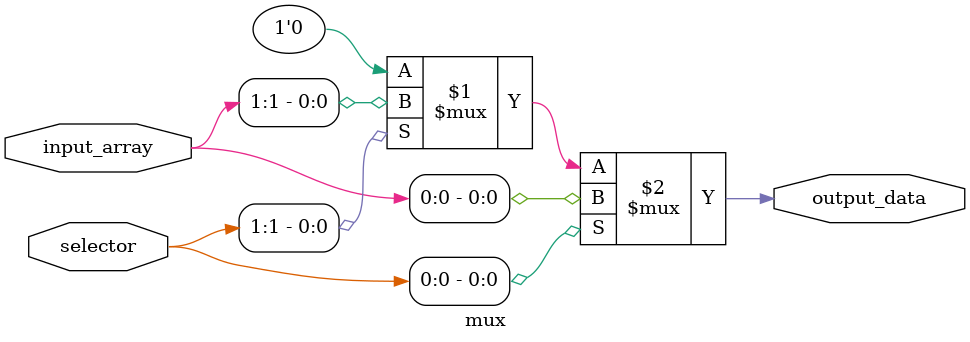
<source format=sv>


module mux #(
      parameter size = 2
    ) (
      input logic [size-1:0]                input_array,
      input logic [size-1:0]                selector,
      output logic                          output_data
    );

    assign output_data = (selector[0]) ? input_array[0] :
                         (selector[1]) ? input_array[1] :
                         1'b0;
endmodule

</source>
